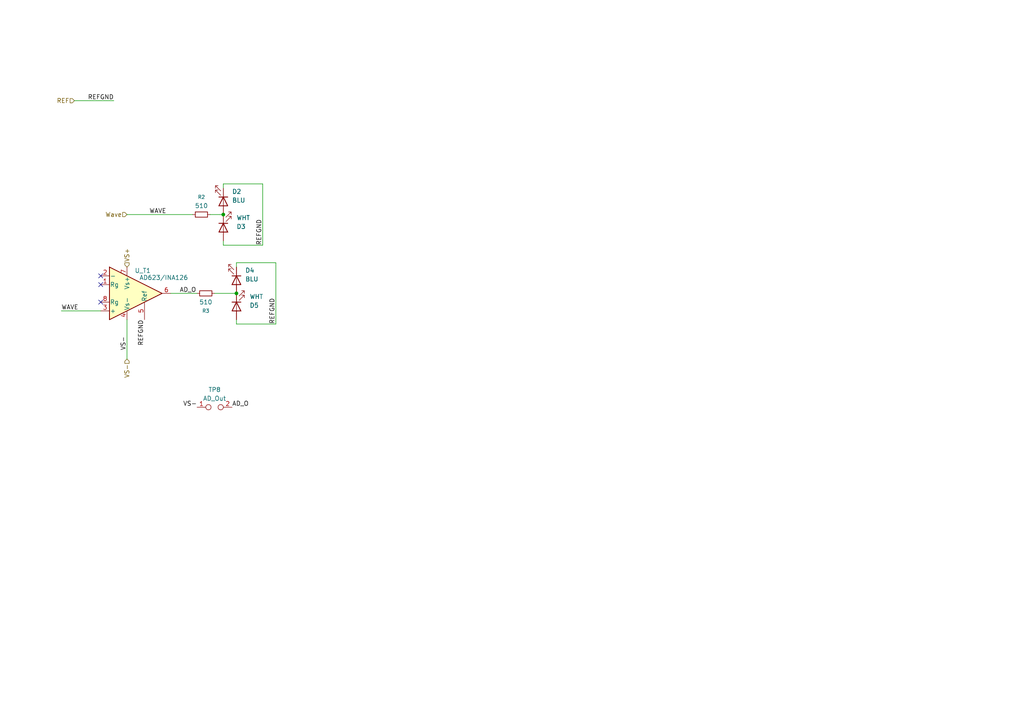
<source format=kicad_sch>
(kicad_sch (version 20250114) (generator "eeschema") (generator_version "9.0")
  (paper "A4")
  (lib_symbols
    (symbol "Amplifier_Instrumentation:AD623" (pin_names (offset 0.127))
      (property "Reference" "U" (at 3.81 7.62 0))
      (property "Value" "AD623" (at 5.08 5.08 0))
      (symbol "AD623_0_1"
        (polyline (pts (xy -7.62 7.62) (xy -7.62 -7.62) (xy 7.62 0) (xy -7.62 7.62)) (stroke (width 0.254)) (fill (type background)))
      )
      (symbol "AD623_1_1"
        (pin input line (at -10.16 5.08 0) (length 2.54) (name "-") (number "2"))
        (pin passive line (at -10.16 2.54 0) (length 2.54) (name "Rg") (number "1"))
        (pin passive line (at -10.16 -2.54 0) (length 2.54) (name "Rg") (number "8"))
        (pin input line (at -10.16 -5.08 0) (length 2.54) (name "+") (number "3"))
        (pin power_in line (at -2.54 7.62 270) (length 2.54) (name "Vs+") (number "7"))
        (pin power_in line (at -2.54 -7.62 90) (length 2.54) (name "Vs-") (number "4"))
        (pin passive line (at 2.54 -7.62 90) (length 5.08) (name "Ref") (number "5"))
        (pin output line (at 10.16 0 180) (length 2.54) (name "~") (number "6"))
      )
    )
    (symbol "Connector:TestPoint_2Pole" (pin_names (offset 0.762) (hide yes))
      (property "Reference" "TP" (at 0 1.524 0))
      (property "Value" "TestPoint_2Pole" (at 0 -1.778 0))
      (symbol "TestPoint_2Pole_0_1"
        (circle (center -1.778 0) (radius 0.762))
        (circle (center 1.778 0) (radius 0.762))
        (pin passive line (at -5.08 0 0) (length 2.54) (name "1") (number "1"))
        (pin passive line (at 5.08 0 180) (length 2.54) (name "2") (number "2"))
      )
    )
    (symbol "Device:LED" (pin_numbers (hide yes)) (pin_names (offset 1.016) (hide yes))
      (property "Reference" "D" (at 0 2.54 0))
      (property "Value" "LED" (at 0 -2.54 0))
      (symbol "LED_0_1"
        (polyline (pts (xy -3.048 -0.762) (xy -4.572 -2.286) (xy -3.81 -2.286) (xy -4.572 -2.286) (xy -4.572 -1.524)))
        (polyline (pts (xy -1.778 -0.762) (xy -3.302 -2.286) (xy -2.54 -2.286) (xy -3.302 -2.286) (xy -3.302 -1.524)))
        (polyline (pts (xy -1.27 0) (xy 1.27 0)))
        (polyline (pts (xy -1.27 -1.27) (xy -1.27 1.27)) (stroke (width 0.254)))
        (polyline (pts (xy 1.27 -1.27) (xy 1.27 1.27) (xy -1.27 0) (xy 1.27 -1.27)) (stroke (width 0.254)))
      )
      (symbol "LED_1_1"
        (pin passive line (at -3.81 0 0) (length 2.54) (name "K") (number "1"))
        (pin passive line (at 3.81 0 180) (length 2.54) (name "A") (number "2"))
      )
    )
    (symbol "Device:R_Small" (pin_numbers (hide yes)) (pin_names (offset 0.254) (hide yes))
      (property "Reference" "R" (at 0 0 90))
      (property "Value" "R_Small" (at 1.778 0 90))
      (symbol "R_Small_0_1"
        (rectangle (start -0.762 1.778) (end 0.762 -1.778) (stroke (width 0.2032)))
      )
      (symbol "R_Small_1_1"
        (pin passive line (at 0 2.54 270) (length 0.762) (name "~") (number "1"))
        (pin passive line (at 0 -2.54 90) (length 0.762) (name "~") (number "2"))
      )
    )
  )
  (junction (at 68.58 85.09))
  (junction (at 64.77 62.23))
  (no_connect (at 29.21 80.01))
  (no_connect (at 29.21 87.63))
  (no_connect (at 29.21 82.55))
  (wire (pts (xy 76.2 53.34) (xy 76.2 71.12)))
  (wire (pts (xy 60.96 62.23) (xy 64.77 62.23)))
  (wire (pts (xy 36.83 62.23) (xy 55.88 62.23)))
  (wire (pts (xy 64.77 53.34) (xy 76.2 53.34)))
  (wire (pts (xy 21.59 29.21) (xy 33.02 29.21)))
  (wire (pts (xy 17.78 90.17) (xy 29.21 90.17)))
  (wire (pts (xy 36.83 104.14) (xy 36.83 92.71)))
  (wire (pts (xy 68.58 93.98) (xy 68.58 92.71)))
  (wire (pts (xy 68.58 76.2) (xy 68.58 77.47)))
  (wire (pts (xy 62.23 85.09) (xy 68.58 85.09)))
  (wire (pts (xy 76.2 71.12) (xy 64.77 71.12)))
  (wire (pts (xy 64.77 53.34) (xy 64.77 54.61)))
  (wire (pts (xy 49.53 85.09) (xy 57.15 85.09)))
  (wire (pts (xy 64.77 71.12) (xy 64.77 69.85)))
  (wire (pts (xy 68.58 76.2) (xy 80.01 76.2)))
  (wire (pts (xy 80.01 93.98) (xy 68.58 93.98)))
  (wire (pts (xy 80.01 76.2) (xy 80.01 93.98)))
  (label "VS-" (at 57.15 118.11 180))
  (label "REFGND" (at 76.2 71.12 90))
  (label "REFGND" (at 80.01 93.98 90))
  (label "VS-" (at 36.83 101.6 90))
  (label "WAVE" (at 17.78 90.17 0))
  (label "AD_O" (at 67.31 118.11 0))
  (label "AD_O" (at 52.07 85.09 0))
  (label "REFGND" (at 41.91 92.71 270))
  (label "WAVE" (at 48.26 62.23 180))
  (label "REFGND" (at 33.02 29.21 180))
  (hierarchical_label "Wave" (shape input) (at 36.83 62.23 180))
  (hierarchical_label "VS-" (shape input) (at 36.83 104.14 270))
  (hierarchical_label "VS+" (shape input) (at 36.83 77.47 90))
  (hierarchical_label "REF" (shape input) (at 21.59 29.21 180))
  (symbol (lib_id "Device:LED") (at 64.77 58.42 270) (unit 1)
    (property "Reference" "D2" (at 67.31 55.5624 90) (effects (justify left)))
    (property "Value" "BLU" (at 67.31 58.1024 90) (effects (justify left)))
    (property "Footprint" "LED_THT:LED_D5.0mm" (effects (hide yes)))
    (property "Description" "Light emitting diode" (effects (hide yes)))
    (property "Sim.Pins" "1=K 2=A" (effects (hide yes)))
  )
  (symbol (lib_id "Device:R_Small") (at 58.42 62.23 90) (unit 1)
    (property "Reference" "R2" (at 58.42 57.15 90) (effects (font (size 1.016 1.016))))
    (property "Value" "510" (at 58.42 59.69 90))
    (property "Footprint" "Resistor_THT:R_Axial_DIN0207_L6.3mm_D2.5mm_P7.62mm_Horizontal" (effects (hide yes)))
    (property "Description" "Resistor, small symbol" (effects (hide yes)))
  )
  (symbol (lib_id "Device:LED") (at 68.58 88.9 90) (mirror x) (unit 1)
    (property "Reference" "D5" (at 72.39 88.5826 90) (effects (justify right)))
    (property "Value" "WHT" (at 72.39 86.0426 90) (effects (justify right)))
    (property "Footprint" "LED_THT:LED_D5.0mm" (effects (hide yes)))
    (property "Description" "Light emitting diode" (effects (hide yes)))
    (property "Sim.Pins" "1=K 2=A" (effects (hide yes)))
  )
  (symbol (lib_id "Connector:TestPoint_2Pole") (at 62.23 118.11 0) (unit 1)
    (property "Reference" "TP8" (at 62.23 113.03 0))
    (property "Value" "AD_Out" (at 62.23 115.57 0))
    (property "Footprint" "Connector_PinSocket_2.54mm:PinSocket_1x02_P2.54mm_Vertical" (effects (hide yes)))
    (property "Description" "2-polar test point" (effects (hide yes)))
  )
  (symbol (lib_id "Device:LED") (at 68.58 81.28 270) (unit 1)
    (property "Reference" "D4" (at 71.12 78.4224 90) (effects (justify left)))
    (property "Value" "BLU" (at 71.12 80.9624 90) (effects (justify left)))
    (property "Footprint" "LED_THT:LED_D5.0mm" (effects (hide yes)))
    (property "Description" "Light emitting diode" (effects (hide yes)))
    (property "Sim.Pins" "1=K 2=A" (effects (hide yes)))
  )
  (symbol (lib_id "Device:LED") (at 64.77 66.04 90) (mirror x) (unit 1)
    (property "Reference" "D3" (at 68.58 65.7226 90) (effects (justify right)))
    (property "Value" "WHT" (at 68.58 63.1826 90) (effects (justify right)))
    (property "Footprint" "LED_THT:LED_D5.0mm" (effects (hide yes)))
    (property "Description" "Light emitting diode" (effects (hide yes)))
    (property "Sim.Pins" "1=K 2=A" (effects (hide yes)))
  )
  (symbol (lib_id "Device:R_Small") (at 59.69 85.09 270) (unit 1)
    (property "Reference" "R3" (at 59.69 90.17 90) (effects (font (size 1.016 1.016))))
    (property "Value" "510" (at 59.69 87.63 90))
    (property "Footprint" "Resistor_THT:R_Axial_DIN0207_L6.3mm_D2.5mm_P7.62mm_Horizontal" (effects (hide yes)))
    (property "Description" "Resistor, small symbol" (effects (hide yes)))
  )
  (symbol (lib_id "Amplifier_Instrumentation:AD623") (at 39.37 85.09 0) (unit 1)
    (property "Reference" "U_T1" (at 41.402 78.486 0))
    (property "Value" "AD623/INA126" (at 47.498 80.518 0))
    (property "Footprint" "Package_DIP:DIP-8_W7.62mm_Socket" (effects (hide yes)))
    (property "Datasheet" "https://www.analog.com/media/en/technical-documentation/data-sheets/AD623.pdf" (effects (hide yes)))
    (property "Description" "Single Rail-to-Rail, Low Cost Instrumentation Amplifier, DIP-8/SOIC-8/MSOP-8" (effects (hide yes)))
  )
)
</source>
